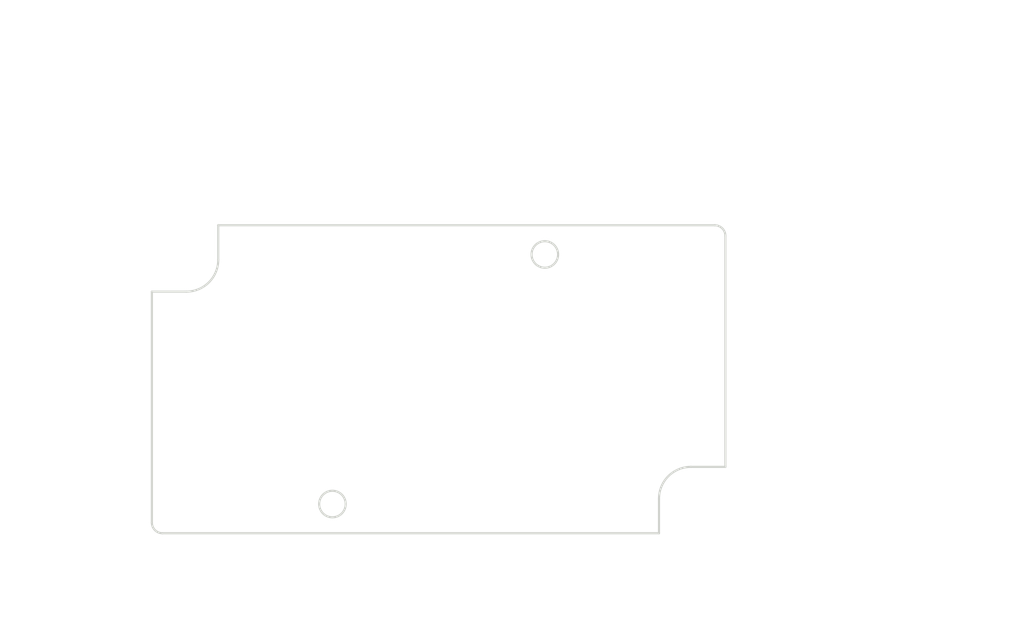
<source format=kicad_pcb>
(kicad_pcb (version 20171130) (host pcbnew "(5.1.0)-1")

  (general
    (thickness 1.6)
    (drawings 71)
    (tracks 0)
    (zones 0)
    (modules 0)
    (nets 1)
  )

  (page A4)
  (layers
    (0 F.Cu signal)
    (31 B.Cu signal)
    (32 B.Adhes user)
    (33 F.Adhes user)
    (34 B.Paste user)
    (35 F.Paste user)
    (36 B.SilkS user)
    (37 F.SilkS user)
    (38 B.Mask user)
    (39 F.Mask user)
    (40 Dwgs.User user)
    (41 Cmts.User user)
    (42 Eco1.User user)
    (43 Eco2.User user)
    (44 Edge.Cuts user)
    (45 Margin user)
    (46 B.CrtYd user)
    (47 F.CrtYd user)
    (48 B.Fab user)
    (49 F.Fab user)
  )

  (setup
    (last_trace_width 0.25)
    (trace_clearance 0.2)
    (zone_clearance 0.508)
    (zone_45_only no)
    (trace_min 0.2)
    (via_size 0.8)
    (via_drill 0.4)
    (via_min_size 0.4)
    (via_min_drill 0.3)
    (uvia_size 0.3)
    (uvia_drill 0.1)
    (uvias_allowed no)
    (uvia_min_size 0.2)
    (uvia_min_drill 0.1)
    (edge_width 0.05)
    (segment_width 0.2)
    (pcb_text_width 0.3)
    (pcb_text_size 1.5 1.5)
    (mod_edge_width 0.12)
    (mod_text_size 1 1)
    (mod_text_width 0.15)
    (pad_size 1.524 1.524)
    (pad_drill 0.762)
    (pad_to_mask_clearance 0.051)
    (solder_mask_min_width 0.25)
    (aux_axis_origin 0 0)
    (visible_elements FFFFFF7F)
    (pcbplotparams
      (layerselection 0x010fc_ffffffff)
      (usegerberextensions false)
      (usegerberattributes false)
      (usegerberadvancedattributes false)
      (creategerberjobfile false)
      (excludeedgelayer true)
      (linewidth 0.152400)
      (plotframeref false)
      (viasonmask false)
      (mode 1)
      (useauxorigin false)
      (hpglpennumber 1)
      (hpglpenspeed 20)
      (hpglpendiameter 15.000000)
      (psnegative false)
      (psa4output false)
      (plotreference true)
      (plotvalue true)
      (plotinvisibletext false)
      (padsonsilk false)
      (subtractmaskfromsilk false)
      (outputformat 1)
      (mirror false)
      (drillshape 1)
      (scaleselection 1)
      (outputdirectory ""))
  )

  (net 0 "")

  (net_class Default "This is the default net class."
    (clearance 0.2)
    (trace_width 0.25)
    (via_dia 0.8)
    (via_drill 0.4)
    (uvia_dia 0.3)
    (uvia_drill 0.1)
  )

  (gr_line (start 165.128012 118.424606) (end 118.378012 118.424606) (layer Edge.Cuts) (width 0.2))
  (gr_arc (start 118.378012 117.424606) (end 117.378012 117.424606) (angle -90) (layer Edge.Cuts) (width 0.2))
  (gr_line (start 117.378012 117.424606) (end 117.378012 95.674606) (layer Edge.Cuts) (width 0.2))
  (gr_line (start 117.378012 95.674606) (end 120.628012 95.674606) (layer Edge.Cuts) (width 0.2))
  (gr_arc (start 120.628012 92.674606) (end 120.628012 95.674606) (angle -90) (layer Edge.Cuts) (width 0.2))
  (gr_line (start 123.628012 92.674606) (end 123.628012 89.424606) (layer Edge.Cuts) (width 0.2))
  (gr_line (start 123.628012 89.424606) (end 170.378012 89.424606) (layer Edge.Cuts) (width 0.2))
  (gr_arc (start 170.378012 90.424606) (end 171.378012 90.424606) (angle -90) (layer Edge.Cuts) (width 0.2))
  (gr_line (start 171.378012 90.424606) (end 171.378012 112.174606) (layer Edge.Cuts) (width 0.2))
  (gr_line (start 171.378012 112.174606) (end 168.128012 112.174606) (layer Edge.Cuts) (width 0.2))
  (gr_arc (start 168.128012 115.174606) (end 168.128012 112.174606) (angle -90) (layer Edge.Cuts) (width 0.2))
  (gr_line (start 165.128012 115.174606) (end 165.128012 118.424606) (layer Edge.Cuts) (width 0.2))
  (gr_circle (center 154.378012 92.174606) (end 155.628012 92.174606) (layer Edge.Cuts) (width 0.2))
  (gr_circle (center 134.378012 115.674606) (end 135.628012 115.674606) (layer Edge.Cuts) (width 0.2))
  (gr_text [.90] (at 186.880546 102.689067) (layer Dwgs.User)
    (effects (font (size 1.7 1.53) (thickness 0.2125)))
  )
  (gr_text " 22.75" (at 186.880546 99.131632) (layer Dwgs.User)
    (effects (font (size 1.7 1.53) (thickness 0.2125)))
  )
  (gr_line (start 186.880546 110.174606) (end 186.880546 104.357041) (layer Dwgs.User) (width 0.2))
  (gr_line (start 186.880546 91.424606) (end 186.880546 97.242171) (layer Dwgs.User) (width 0.2))
  (gr_line (start 172.378012 112.174606) (end 190.055546 112.174606) (layer Dwgs.User) (width 0.2))
  (gr_line (start 171.378012 89.424606) (end 190.055546 89.424606) (layer Dwgs.User) (width 0.2))
  (gr_text [1.14] (at 195.474876 109.181128) (layer Dwgs.User)
    (effects (font (size 1.7 1.53) (thickness 0.2125)))
  )
  (gr_text " 29.00" (at 195.474876 105.623692) (layer Dwgs.User)
    (effects (font (size 1.7 1.53) (thickness 0.2125)))
  )
  (gr_line (start 195.474876 116.424606) (end 195.474876 110.849102) (layer Dwgs.User) (width 0.2))
  (gr_line (start 195.474876 91.424606) (end 195.474876 103.734231) (layer Dwgs.User) (width 0.2))
  (gr_line (start 166.128012 118.424606) (end 198.649876 118.424606) (layer Dwgs.User) (width 0.2))
  (gr_line (start 171.378012 89.424606) (end 198.649876 89.424606) (layer Dwgs.User) (width 0.2))
  (gr_text [R0.04] (at 107.578172 121.815899) (layer Dwgs.User)
    (effects (font (size 1.7 1.53) (thickness 0.2125)))
  )
  (gr_text " R1.00" (at 107.578172 118.258464) (layer Dwgs.User)
    (effects (font (size 1.7 1.53) (thickness 0.2125)))
  )
  (gr_line (start 114.048943 119.926438) (end 115.780571 118.925705) (layer Dwgs.User) (width 0.2))
  (gr_line (start 112.048943 119.926438) (end 114.048943 119.926438) (layer Dwgs.User) (width 0.2))
  (gr_text [R0.12] (at 132.747167 98.698769) (layer Dwgs.User)
    (effects (font (size 1.7 1.53) (thickness 0.2125)))
  )
  (gr_text " R3.00" (at 132.747167 95.140754) (layer Dwgs.User)
    (effects (font (size 1.7 1.53) (thickness 0.2125)))
  )
  (gr_line (start 126.276396 96.809308) (end 124.662572 95.627964) (layer Dwgs.User) (width 0.2))
  (gr_line (start 128.276396 96.809308) (end 126.276396 96.809308) (layer Dwgs.User) (width 0.2))
  (gr_text [.11] (at 176.685144 102.0364) (layer Dwgs.User)
    (effects (font (size 1.7 1.53) (thickness 0.2125)))
  )
  (gr_text " 2.75" (at 176.685144 98.478964) (layer Dwgs.User)
    (effects (font (size 1.7 1.53) (thickness 0.2125)))
  )
  (gr_line (start 182.078629 100.146939) (end 180.078629 100.146939) (layer Dwgs.User) (width 0.2))
  (gr_line (start 182.078629 94.174606) (end 182.078629 100.146939) (layer Dwgs.User) (width 0.2))
  (gr_line (start 182.078629 87.424606) (end 182.078629 85.424606) (layer Dwgs.User) (width 0.2))
  (gr_line (start 155.378012 92.174606) (end 185.253629 92.174606) (layer Dwgs.User) (width 0.2))
  (gr_line (start 171.378012 89.424606) (end 185.253629 89.424606) (layer Dwgs.User) (width 0.2))
  (gr_text [.67] (at 160.948477 87.193676) (layer Dwgs.User)
    (effects (font (size 1.7 1.53) (thickness 0.2125)))
  )
  (gr_text " 17.00" (at 160.948477 83.636241) (layer Dwgs.User)
    (effects (font (size 1.7 1.53) (thickness 0.2125)))
  )
  (gr_line (start 156.378012 85.304215) (end 156.903866 85.304215) (layer Dwgs.User) (width 0.2))
  (gr_line (start 169.378012 85.304215) (end 164.993088 85.304215) (layer Dwgs.User) (width 0.2))
  (gr_line (start 154.378012 91.174606) (end 154.378012 82.129215) (layer Dwgs.User) (width 0.2))
  (gr_line (start 171.378012 89.424606) (end 171.378012 82.129215) (layer Dwgs.User) (width 0.2))
  (gr_text [.79] (at 141.878012 125.239066) (layer Dwgs.User)
    (effects (font (size 1.7 1.53) (thickness 0.2125)))
  )
  (gr_text " 20.00" (at 141.878012 121.681631) (layer Dwgs.User)
    (effects (font (size 1.7 1.53) (thickness 0.2125)))
  )
  (gr_line (start 136.378012 123.349605) (end 137.833401 123.349605) (layer Dwgs.User) (width 0.2))
  (gr_line (start 152.378012 123.349605) (end 145.922623 123.349605) (layer Dwgs.User) (width 0.2))
  (gr_line (start 134.378012 116.674606) (end 134.378012 126.524605) (layer Dwgs.User) (width 0.2))
  (gr_line (start 154.378012 93.174606) (end 154.378012 126.524605) (layer Dwgs.User) (width 0.2))
  (gr_text [.93] (at 112.428697 105.814067) (layer Dwgs.User)
    (effects (font (size 1.7 1.53) (thickness 0.2125)))
  )
  (gr_text " 23.50" (at 112.428697 102.256052) (layer Dwgs.User)
    (effects (font (size 1.7 1.53) (thickness 0.2125)))
  )
  (gr_line (start 112.428697 113.674606) (end 112.428697 107.482621) (layer Dwgs.User) (width 0.2))
  (gr_line (start 112.428697 94.174606) (end 112.428697 100.366591) (layer Dwgs.User) (width 0.2))
  (gr_line (start 133.378012 115.674606) (end 109.253697 115.674606) (layer Dwgs.User) (width 0.2))
  (gr_line (start 153.378012 92.174606) (end 109.253697 92.174606) (layer Dwgs.User) (width 0.2))
  (gr_text [1.88] (at 142.753012 79.583712) (layer Dwgs.User)
    (effects (font (size 1.7 1.53) (thickness 0.2125)))
  )
  (gr_text " 47.75" (at 142.753012 76.029756) (layer Dwgs.User)
    (effects (font (size 1.7 1.53) (thickness 0.2125)))
  )
  (gr_line (start 169.378012 77.694251) (end 146.8069 77.694251) (layer Dwgs.User) (width 0.2))
  (gr_line (start 125.628012 77.694251) (end 138.699124 77.694251) (layer Dwgs.User) (width 0.2))
  (gr_line (start 171.378012 89.424606) (end 171.378012 74.519251) (layer Dwgs.User) (width 0.2))
  (gr_line (start 123.628012 88.424606) (end 123.628012 74.519251) (layer Dwgs.User) (width 0.2))
  (gr_text [2.13] (at 149.128012 73.379566) (layer Dwgs.User)
    (effects (font (size 1.7 1.53) (thickness 0.2125)))
  )
  (gr_text " 54.00" (at 149.128012 69.82213) (layer Dwgs.User)
    (effects (font (size 1.7 1.53) (thickness 0.2125)))
  )
  (gr_line (start 119.378012 71.490104) (end 145.083401 71.490104) (layer Dwgs.User) (width 0.2))
  (gr_line (start 169.378012 71.490104) (end 153.172623 71.490104) (layer Dwgs.User) (width 0.2))
  (gr_line (start 117.378012 94.674606) (end 117.378012 68.315104) (layer Dwgs.User) (width 0.2))
  (gr_line (start 171.378012 89.424606) (end 171.378012 68.315104) (layer Dwgs.User) (width 0.2))

)

</source>
